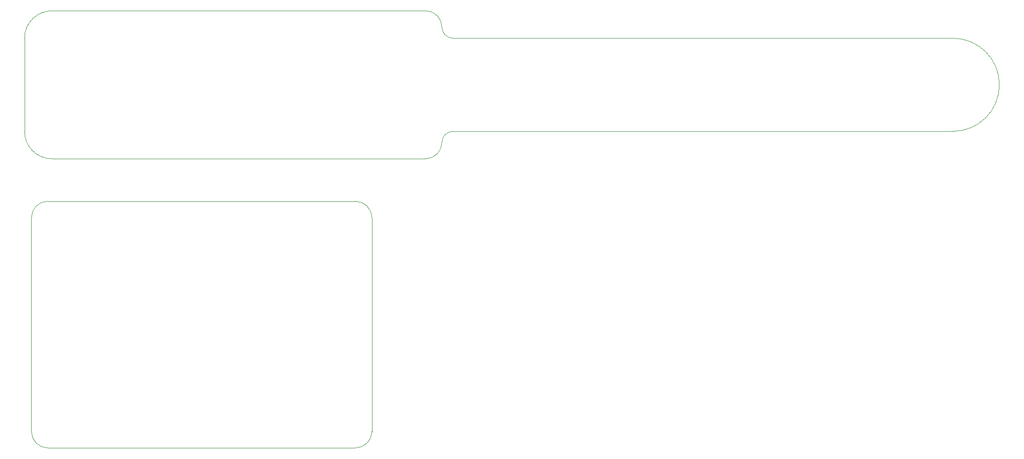
<source format=gbr>
%TF.GenerationSoftware,KiCad,Pcbnew,5.1.6*%
%TF.CreationDate,2020-07-08T20:14:41-07:00*%
%TF.ProjectId,plant_station,706c616e-745f-4737-9461-74696f6e2e6b,rev?*%
%TF.SameCoordinates,Original*%
%TF.FileFunction,Profile,NP*%
%FSLAX46Y46*%
G04 Gerber Fmt 4.6, Leading zero omitted, Abs format (unit mm)*
G04 Created by KiCad (PCBNEW 5.1.6) date 2020-07-08 20:14:41*
%MOMM*%
%LPD*%
G01*
G04 APERTURE LIST*
%TA.AperFunction,Profile*%
%ADD10C,0.050000*%
%TD*%
G04 APERTURE END LIST*
D10*
X44000000Y-65000000D02*
X42000000Y-65000000D01*
X42000000Y-110000000D02*
X44000000Y-110000000D01*
X37750000Y-35250000D02*
G75*
G02*
X42750000Y-30250000I5000000J0D01*
G01*
X42000000Y-110000000D02*
G75*
G02*
X39000000Y-107000000I0J3000000D01*
G01*
X101000000Y-107000000D02*
G75*
G02*
X98000000Y-110000000I-3000000J0D01*
G01*
X98000000Y-65000000D02*
G75*
G02*
X101000000Y-68000000I0J-3000000D01*
G01*
X39000000Y-68000000D02*
G75*
G02*
X42000000Y-65000000I3000000J0D01*
G01*
X39000000Y-107000000D02*
X39000000Y-68000000D01*
X98000000Y-110000000D02*
X44000000Y-110000000D01*
X101000000Y-68000000D02*
X101000000Y-107000000D01*
X44000000Y-65000000D02*
X98000000Y-65000000D01*
X206750000Y-35250000D02*
G75*
G02*
X206750000Y-52250000I0J-8500000D01*
G01*
X115750000Y-35250000D02*
X206750000Y-35250000D01*
X115750000Y-52250000D02*
X206750000Y-52250000D01*
X113750000Y-54250000D02*
G75*
G02*
X115750000Y-52250000I2000000J0D01*
G01*
X113750000Y-54250000D02*
G75*
G02*
X110750000Y-57250000I-3000000J0D01*
G01*
X115750000Y-35250000D02*
G75*
G02*
X113750000Y-33250000I0J2000000D01*
G01*
X110750000Y-30250000D02*
G75*
G02*
X113750000Y-33250000I0J-3000000D01*
G01*
X42750000Y-57250000D02*
G75*
G02*
X37750000Y-52250000I0J5000000D01*
G01*
X37750000Y-52250000D02*
X37750000Y-35250000D01*
X110750000Y-30250000D02*
X42750000Y-30250000D01*
X42750000Y-57250000D02*
X110750000Y-57250000D01*
M02*

</source>
